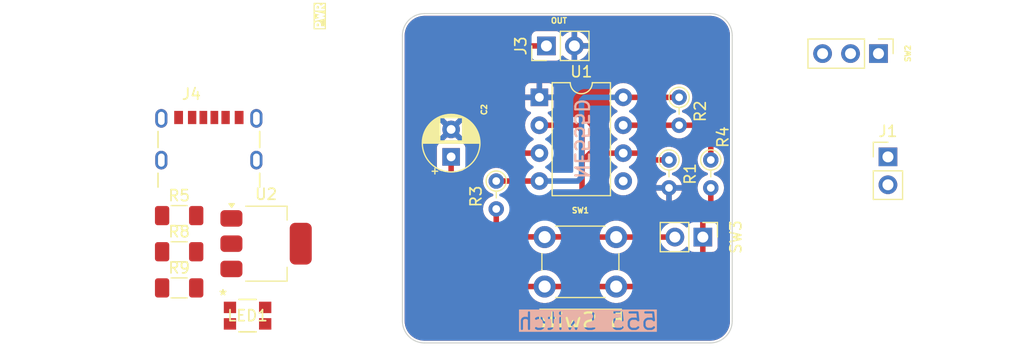
<source format=kicad_pcb>
(kicad_pcb (version 20240108) (generator "pcbnew") (generator_version "8.0")
  (layers (0 "F.Cu" signal) (31 "B.Cu" signal) (34 "B.Paste" user) (35 "F.Paste" user) (36 "B.SilkS" user "B.Silkscreen") (37 "F.SilkS" user "F.Silkscreen") (38 "B.Mask" user) (39 "F.Mask" user) (44 "Edge.Cuts" user))
  (net 0 "")
  (net 1 "Net-(C2-Pad1)")
  (net 2 "GND")
  (net 3 "Net-(U1-THR)")
  (net 4 "/VBAT")
  (net 5 "Net-(U1-DIS)")
  (net 7 "Net-(J4-CC1)")
  (net 8 "/VUSB")
  (net 9 "Net-(J3-Pin_1)")
  (net 10 "Net-(J4-CC2)")
  (net 12 "/3V3")
  (net 13 "Net-(LED1-GND-Pad1)")
  (net 14 "VCC")
  (footprint "Package_TO_SOT_SMD:SOT-223-3_TabPin2" (layer "F.Cu") (at 97.0816 107.299599)
    (property "Reference" "U2" (at 0 -4.5 0) (layer "F.SilkS"))
    (property "Value" "AMS1117-3V3")
    (fp_line (start -1.85 -3.41) (end 1.91 -3.41) (stroke (width 0.12)) (layer "F.SilkS"))
    (fp_line (start -1.85 3.41) (end 1.91 3.41) (stroke (width 0.12)) (layer "F.SilkS"))
    (fp_line (start 1.91 -3.41) (end 1.91 -2.15) (stroke (width 0.12)) (layer "F.SilkS"))
    (fp_line (start 1.91 3.41) (end 1.91 2.15) (stroke (width 0.12)) (layer "F.SilkS"))
    (fp_poly (pts (xy -3.13 -3.31) (xy -3.37 -3.64) (xy -2.89 -3.64) (xy -3.13 -3.31)) (stroke (width 0.12)) (fill solid) (layer "F.SilkS"))
    (pad "1" smd roundrect (at -3.15 -2.3) (size 2 1.5) (layers "F.Cu" "F.Paste" "F.Mask") (net 8 "/VUSB"))
    (pad "2" smd roundrect (at -3.15 0) (size 2 1.5) (layers "F.Cu" "F.Paste" "F.Mask") (net 2 "GND"))
    (pad "2" smd roundrect (at 3.15 0) (size 2 3.8) (layers "F.Cu" "F.Paste" "F.Mask") (net 2 "GND"))
    (pad "3" smd roundrect (at -3.15 2.3) (size 2 1.5) (layers "F.Cu" "F.Paste" "F.Mask") (net 12 "/3V3"))
  )
  (footprint "Capacitor_THT:CP_Radial_D5.0mm_P2.50mm" (layer "F.Cu") (at 113.9 99.4 90)
    (property "Reference" "C2" (at 4.3 3 -90) (layer "F.SilkS") (effects (font (size 0.5 0.5) (thickness 0.125))))
    (property "Value" "10uF")
    (fp_line (start 1.29 -2.58) (end 1.29 2.58) (stroke (width 0.12)) (layer "F.SilkS"))
    (fp_line (start 1.25 -2.58) (end 1.25 2.58) (stroke (width 0.12)) (layer "F.SilkS"))
    (fp_line (start 1.33 -2.579) (end 1.33 2.579) (stroke (width 0.12)) (layer "F.SilkS"))
    (fp_line (start 1.37 -2.578) (end 1.37 2.578) (stroke (width 0.12)) (layer "F.SilkS"))
    (fp_line (start 1.41 -2.576) (end 1.41 2.576) (stroke (width 0.12)) (layer "F.SilkS"))
    (fp_line (start 1.45 -2.573) (end 1.45 2.573) (stroke (width 0.12)) (layer "F.SilkS"))
    (fp_line (start 1.49 -2.569) (end 1.49 -1.04) (stroke (width 0.12)) (layer "F.SilkS"))
    (fp_line (start 1.53 -2.565) (end 1.53 -1.04) (stroke (width 0.12)) (layer "F.SilkS"))
    (fp_line (start 1.57 -2.561) (end 1.57 -1.04) (stroke (width 0.12)) (layer "F.SilkS"))
    (fp_line (start 1.61 -2.556) (end 1.61 -1.04) (stroke (width 0.12)) (layer "F.SilkS"))
    (fp_line (start 1.65 -2.55) (end 1.65 -1.04) (stroke (width 0.12)) (layer "F.SilkS"))
    (fp_line (start 1.69 -2.543) (end 1.69 -1.04) (stroke (width 0.12)) (layer "F.SilkS"))
    (fp_line (start 1.73 -2.536) (end 1.73 -1.04) (stroke (width 0.12)) (layer "F.SilkS"))
    (fp_line (start 1.77 -2.528) (end 1.77 -1.04) (stroke (width 0.12)) (layer "F.SilkS"))
    (fp_line (start 1.81 -2.52) (end 1.81 -1.04) (stroke (width 0.12)) (layer "F.SilkS"))
    (fp_line (start 1.85 -2.511) (end 1.85 -1.04) (stroke (width 0.12)) (layer "F.SilkS"))
    (fp_line (start 1.89 -2.501) (end 1.89 -1.04) (stroke (width 0.12)) (layer "F.SilkS"))
    (fp_line (start 1.93 -2.491) (end 1.93 -1.04) (stroke (width 0.12)) (layer "F.SilkS"))
    (fp_line (start 1.971 -2.48) (end 1.971 -1.04) (stroke (width 0.12)) (layer "F.SilkS"))
    (fp_line (start 2.011 -2.468) (end 2.011 -1.04) (stroke (width 0.12)) (layer "F.SilkS"))
    (fp_line (start 2.051 -2.455) (end 2.051 -1.04) (stroke (width 0.12)) (layer "F.SilkS"))
    (fp_line (start 2.091 -2.442) (end 2.091 -1.04) (stroke (width 0.12)) (layer "F.SilkS"))
    (fp_line (start 2.131 -2.428) (end 2.131 -1.04) (stroke (width 0.12)) (layer "F.SilkS"))
    (fp_line (start 2.171 -2.414) (end 2.171 -1.04) (stroke (width 0.12)) (layer "F.SilkS"))
    (fp_line (start 2.211 -2.398) (end 2.211 -1.04) (stroke (width 0.12)) (layer "F.SilkS"))
    (fp_line (start 2.251 -2.382) (end 2.251 -1.04) (stroke (width 0.12)) (layer "F.SilkS"))
    (fp_line (start 2.291 -2.365) (end 2.291 -1.04) (stroke (width 0.12)) (layer "F.SilkS"))
    (fp_line (start 2.331 -2.348) (end 2.331 -1.04) (stroke (width 0.12)) (layer "F.SilkS"))
    (fp_line (start 2.371 -2.329) (end 2.371 -1.04) (stroke (width 0.12)) (layer "F.SilkS"))
    (fp_line (start 2.411 -2.31) (end 2.411 -1.04) (stroke (width 0.12)) (layer "F.SilkS"))
    (fp_line (start 2.451 -2.29) (end 2.451 -1.04) (stroke (width 0.12)) (layer "F.SilkS"))
    (fp_line (start 2.491 -2.268) (end 2.491 -1.04) (stroke (width 0.12)) (layer "F.SilkS"))
    (fp_line (start 2.531 -2.247) (end 2.531 -1.04) (stroke (width 0.12)) (layer "F.SilkS"))
    (fp_line (start 2.571 -2.224) (end 2.571 -1.04) (stroke (width 0.12)) (layer "F.SilkS"))
    (fp_line (start 2.611 -2.2) (end 2.611 -1.04) (stroke (width 0.12)) (layer "F.SilkS"))
    (fp_line (start 2.651 -2.175) (end 2.651 -1.04) (stroke (width 0.12)) (layer "F.SilkS"))
    (fp_line (start 2.691 -2.149) (end 2.691 -1.04) (stroke (width 0.12)) (layer "F.SilkS"))
    (fp_line (start 2.731 -2.122) (end 2.731 -1.04) (stroke (width 0.12)) (layer "F.SilkS"))
    (fp_line (start 2.771 -2.095) (end 2.771 -1.04) (stroke (width 0.12)) (layer "F.SilkS"))
    (fp_line (start 2.811 -2.065) (end 2.811 -1.04) (stroke (width 0.12)) (layer "F.SilkS"))
    (fp_line (start 2.851 -2.035) (end 2.851 -1.04) (stroke (width 0.12)) (layer "F.SilkS"))
    (fp_line (start 2.891 -2.004) (end 2.891 -1.04) (stroke (width 0.12)) (layer "F.SilkS"))
    (fp_line (start 2.931 -1.971) (end 2.931 -1.04) (stroke (width 0.12)) (layer "F.SilkS"))
    (fp_line (start 2.971 -1.937) (end 2.971 -1.04) (stroke (width 0.12)) (layer "F.SilkS"))
    (fp_line (start 3.011 -1.901) (end 3.011 -1.04) (stroke (width 0.12)) (layer "F.SilkS"))
    (fp_line (start 3.051 -1.864) (end 3.051 -1.04) (stroke (width 0.12)) (layer "F.SilkS"))
    (fp_line (start 3.091 -1.826) (end 3.091 -1.04) (stroke (width 0.12)) (layer "F.SilkS"))
    (fp_line (start 3.131 -1.785) (end 3.131 -1.04) (stroke (width 0.12)) (layer "F.SilkS"))
    (fp_line (start 3.171 -1.743) (end 3.171 -1.04) (stroke (width 0.12)) (layer "F.SilkS"))
    (fp_line (start -1.304775 -1.725) (end -1.304775 -1.225) (stroke (width 0.12)) (layer "F.SilkS"))
    (fp_line (start 3.211 -1.699) (end 3.211 -1.04) (stroke (width 0.12)) (layer "F.SilkS"))
    (fp_line (start 3.251 -1.653) (end 3.251 -1.04) (stroke (width 0.12)) (layer "F.SilkS"))
    (fp_line (start 3.291 -1.605) (end 3.291 -1.04) (stroke (width 0.12)) (layer "F.SilkS"))
    (fp_line (start 3.331 -1.554) (end 3.331 -1.04) (stroke (width 0.12)) (layer "F.SilkS"))
    (fp_line (start 3.371 -1.5) (end 3.371 -1.04) (stroke (width 0.12)) (layer "F.SilkS"))
    (fp_line (start -1.554775 -1.475) (end -1.054775 -1.475) (stroke (width 0.12)) (layer "F.SilkS"))
    (fp_line (start 3.411 -1.443) (end 3.411 -1.04) (stroke (width 0.12)) (layer "F.SilkS"))
    (fp_line (start 3.451 -1.383) (end 3.451 -1.04) (stroke (width 0.12)) (layer "F.SilkS"))
    (fp_line (start 3.491 -1.319) (end 3.491 -1.04) (stroke (width 0.12)) (layer "F.SilkS"))
    (fp_line (start 3.531 -1.251) (end 3.531 -1.04) (stroke (width 0.12)) (layer "F.SilkS"))
    (fp_line (start 3.571 -1.178) (end 3.571 1.178) (stroke (width 0.12)) (layer "F.SilkS"))
    (fp_line (start 3.611 -1.098) (end 3.611 1.098) (stroke (width 0.12)) (layer "F.SilkS"))
    (fp_line (start 3.651 -1.011) (end 3.651 1.011) (stroke (width 0.12)) (layer "F.SilkS"))
    (fp_line (start 3.691 -0.915) (end 3.691 0.915) (stroke (width 0.12)) (layer "F.SilkS"))
    (fp_line (start 3.731 -0.805) (end 3.731 0.805) (stroke (width 0.12)) (layer "F.SilkS"))
    (fp_line (start 3.771 -0.677) (end 3.771 0.677) (stroke (width 0.12)) (layer "F.SilkS"))
    (fp_line (start 3.811 -0.518) (end 3.811 0.518) (stroke (width 0.12)) (layer "F.SilkS"))
    (fp_line (start 3.851 -0.284) (end 3.851 0.284) (stroke (width 0.12)) (layer "F.SilkS"))
    (fp_line (start 3.531 1.04) (end 3.531 1.251) (stroke (width 0.12)) (layer "F.SilkS"))
    (fp_line (start 3.491 1.04) (end 3.491 1.319) (stroke (width 0.12)) (layer "F.SilkS"))
    (fp_line (start 3.451 1.04) (end 3.451 1.383) (stroke (width 0.12)) (layer "F.SilkS"))
    (fp_line (start 3.411 1.04) (end 3.411 1.443) (stroke (width 0.12)) (layer "F.SilkS"))
    (fp_line (start 3.371 1.04) (end 3.371 1.5) (stroke (width 0.12)) (layer "F.SilkS"))
    (fp_line (start 3.331 1.04) (end 3.331 1.554) (stroke (width 0.12)) (layer "F.SilkS"))
    (fp_line (start 3.291 1.04) (end 3.291 1.605) (stroke (width 0.12)) (layer "F.SilkS"))
    (fp_line (start 3.251 1.04) (end 3.251 1.653) (stroke (width 0.12)) (layer "F.SilkS"))
    (fp_line (start 3.211 1.04) (end 3.211 1.699) (stroke (width 0.12)) (layer "F.SilkS"))
    (fp_line (start 3.171 1.04) (end 3.171 1.743) (stroke (width 0.12)) (layer "F.SilkS"))
    (fp_line (start 3.131 1.04) (end 3.131 1.785) (stroke (width 0.12)) (layer "F.SilkS"))
    (fp_line (start 3.091 1.04) (end 3.091 1.826) (stroke (width 0.12)) (layer "F.SilkS"))
    (fp_line (start 3.051 1.04) (end 3.051 1.864) (stroke (width 0.12)) (layer "F.SilkS"))
    (fp_line (start 3.011 1.04) (end 3.011 1.901) (stroke (width 0.12)) (layer "F.SilkS"))
    (fp_line (start 2.971 1.04) (end 2.971 1.937) (stroke (width 0.12)) (layer "F.SilkS"))
    (fp_line (start 2.931 1.04) (end 2.931 1.971) (stroke (width 0.12)) (layer "F.SilkS"))
    (fp_line (start 2.891 1.04) (end 2.891 2.004) (stroke (width 0.12)) (layer "F.SilkS"))
    (fp_line (start 2.851 1.04) (end 2.851 2.035) (stroke (width 0.12)) (layer "F.SilkS"))
    (fp_line (start 2.811 1.04) (end 2.811 2.065) (stroke (width 0.12)) (layer "F.SilkS"))
    (fp_line (start 2.771 1.04) (end 2.771 2.095) (stroke (width 0.12)) (layer "F.SilkS"))
    (fp_line (start 2.731 1.04) (end 2.731 2.122) (stroke (width 0.12)) (layer "F.SilkS"))
    (fp_line (start 2.691 1.04) (end 2.691 2.149) (stroke (width 0.12)) (layer "F.SilkS"))
    (fp_line (start 2.651 1.04) (end 2.651 2.175) (stroke (width 0.12)) (layer "F.SilkS"))
    (fp_line (start 2.611 1.04) (end 2.611 2.2) (stroke (width 0.12)) (layer "F.SilkS"))
    (fp_line (start 2.571 1.04) (end 2.571 2.224) (stroke (width 0.12)) (layer "F.SilkS"))
    (fp_line (start 2.531 1.04) (end 2.531 2.247) (stroke (width 0.12)) (layer "F.SilkS"))
    (fp_line (start 2.491 1.04) (end 2.491 2.268) (stroke (width 0.12)) (layer "F.SilkS"))
    (fp_line (start 2.451 1.04) (end 2.451 2.29) (stroke (width 0.12)) (layer "F.SilkS"))
    (fp_line (start 2.411 1.04) (end 2.411 2.31) (stroke (width 0.12)) (layer "F.SilkS"))
    (fp_line (start 2.371 1.04) (end 2.371 2.329) (stroke (width 0.12)) (layer "F.SilkS"))
    (fp_line (start 2.331 1.04) (end 2.331 2.348) (stroke (width 0.12)) (layer "F.SilkS"))
    (fp_line (start 2.291 1.04) (end 2.291 2.365) (stroke (width 0.12)) (layer "F.SilkS"))
    (fp_line (start 2.251 1.04) (end 2.251 2.382) (stroke (width 0.12)) (layer "F.SilkS"))
    (fp_line (start 2.211 1.04) (end 2.211 2.398) (stroke (width 0.12)) (layer "F.SilkS"))
    (fp_line (start 2.171 1.04) (end 2.171 2.414) (stroke (width 0.12)) (layer "F.SilkS"))
    (fp_line (start 2.131 1.04) (end 2.131 2.428) (stroke (width 0.12)) (layer "F.SilkS"))
    (fp_line (start 2.091 1.04) (end 2.091 2.442) (stroke (width 0.12)) (layer "F.SilkS"))
    (fp_line (start 2.051 1.04) (end 2.051 2.455) (stroke (width 0.12)) (layer "F.SilkS"))
    (fp_line (start 2.011 1.04) (end 2.011 2.468) (stroke (width 0.12)) (layer "F.SilkS"))
    (fp_line (start 1.971 1.04) (end 1.971 2.48) (stroke (width 0.12)) (layer "F.SilkS"))
    (fp_line (start 1.93 1.04) (end 1.93 2.491) (stroke (width 0.12)) (layer "F.SilkS"))
    (fp_line (start 1.89 1.04) (end 1.89 2.501) (stroke (width 0.12)) (layer "F.SilkS"))
    (fp_line (start 1.85 1.04) (end 1.85 2.511) (stroke (width 0.12)) (layer "F.SilkS"))
    (fp_line (start 1.81 1.04) (end 1.81 2.52) (stroke (width 0.12)) (layer "F.SilkS"))
    (fp_line (start 1.77 1.04) (end 1.77 2.528) (stroke (width 0.12)) (layer "F.SilkS"))
    (fp_line (start 1.73 1.04) (end 1.73 2.536) (stroke (width 0.12)) (layer "F.SilkS"))
    (fp_line (start 1.69 1.04) (end 1.69 2.543) (stroke (width 0.12)) (layer "F.SilkS"))
    (fp_line (start 1.65 1.04) (end 1.65 2.55) (stroke (width 0.12)) (layer "F.SilkS"))
    (fp_line (start 1.61 1.04) (end 1.61 2.556) (stroke (width 0.12)) (layer "F.SilkS"))
    (fp_line (start 1.57 1.04) (end 1.57 2.561) (stroke (width 0.12)) (layer "F.SilkS"))
    (fp_line (start 1.53 1.04) (end 1.53 2.565) (stroke (width 0.12)) (layer "F.SilkS"))
    (fp_line (start 1.49 1.04) (end 1.49 2.569) (stroke (width 0.12)) (layer "F.SilkS"))
    (fp_circle (center 1.25 0) (end 3.87 0) (stroke (width 0.12)) (fill none) (layer "F.SilkS"))
    (pad "1" thru_hole rect (at 0 0 90) (size 1.6 1.6) (drill 0.8) (layers "*.Cu" "*.Mask") (net 1 "Net-(C2-Pad1)"))
    (pad "2" thru_hole circle (at 2.5 0 90) (size 1.6 1.6) (drill 0.8) (layers "*.Cu" "*.Mask") (net 2 "GND"))
  )
  (footprint "Package_DIP:DIP-8_W7.62mm" (layer "F.Cu") (at 121.92 93.98)
    (property "Reference" "U1" (at 3.81 -2.33 0) (layer "F.SilkS"))
    (property "Value" "NE555D")
    (fp_line (start 1.16 -1.33) (end 1.16 8.95) (stroke (width 0.12)) (layer "F.SilkS"))
    (fp_line (start 1.16 8.95) (end 6.46 8.95) (stroke (width 0.12)) (layer "F.SilkS"))
    (fp_line (start 2.81 -1.33) (end 1.16 -1.33) (stroke (width 0.12)) (layer "F.SilkS"))
    (fp_line (start 6.46 -1.33) (end 4.81 -1.33) (stroke (width 0.12)) (layer "F.SilkS"))
    (fp_line (start 6.46 8.95) (end 6.46 -1.33) (stroke (width 0.12)) (layer "F.SilkS"))
    (fp_arc (start 4.81 -1.33) (mid 3.81 -0.33) (end 2.81 -1.33) (stroke (width 0.12)) (layer "F.SilkS"))
    (pad "1" thru_hole rect (at 0 0) (size 1.6 1.6) (drill 0.8) (layers "*.Cu" "*.Mask") (net 2 "GND"))
    (pad "2" thru_hole oval (at 0 2.54) (size 1.6 1.6) (drill 0.8) (layers "*.Cu" "*.Mask") (net 3 "Net-(U1-THR)"))
    (pad "3" thru_hole oval (at 0 5.08) (size 1.6 1.6) (drill 0.8) (layers "*.Cu" "*.Mask") (net 9 "Net-(J3-Pin_1)"))
    (pad "4" thru_hole oval (at 0 7.62) (size 1.6 1.6) (drill 0.8) (layers "*.Cu" "*.Mask") (net 14 "VCC"))
    (pad "5" thru_hole oval (at 7.62 7.62) (size 1.6 1.6) (drill 0.8) (layers "*.Cu" "*.Mask"))
    (pad "6" thru_hole oval (at 7.62 5.08) (size 1.6 1.6) (drill 0.8) (layers "*.Cu" "*.Mask") (net 3 "Net-(U1-THR)"))
    (pad "7" thru_hole oval (at 7.62 2.54) (size 1.6 1.6) (drill 0.8) (layers "*.Cu" "*.Mask") (net 5 "Net-(U1-DIS)"))
    (pad "8" thru_hole oval (at 7.62 0) (size 1.6 1.6) (drill 0.8) (layers "*.Cu" "*.Mask") (net 14 "VCC"))
  )
  (footprint "Resistor_THT:R_Axial_DIN0204_L3.6mm_D1.6mm_P2.54mm_Vertical" (layer "F.Cu") (at 137.5 99.68 -90)
    (property "Reference" "R4" (at -2.08 -1.1 90) (layer "F.SilkS"))
    (property "Value" "10k")
    (fp_line (start 0.92 0) (end 1.54 0) (stroke (width 0.12)) (layer "F.SilkS"))
    (fp_circle (center 0 0) (end 0.92 0) (stroke (width 0.12)) (fill none) (layer "F.SilkS"))
    (pad "1" thru_hole circle (at 0 0 270) (size 1.4 1.4) (drill 0.7) (layers "*.Cu" "*.Mask") (net 5 "Net-(U1-DIS)"))
    (pad "2" thru_hole oval (at 2.54 0 270) (size 1.4 1.4) (drill 0.7) (layers "*.Cu" "*.Mask") (net 1 "Net-(C2-Pad1)"))
  )
  (footprint "Resistor_SMD:R_1206_3216Metric_Pad1.30x1.75mm_HandSolder" (layer "F.Cu") (at 89.1816 104.744599)
    (property "Reference" "R5" (at 0 -1.82 0) (layer "F.SilkS"))
    (property "Value" "5k1")
    (fp_line (start -0.727064 -0.91) (end 0.727064 -0.91) (stroke (width 0.12)) (layer "F.SilkS"))
    (fp_line (start -0.727064 0.91) (end 0.727064 0.91) (stroke (width 0.12)) (layer "F.SilkS"))
    (pad "1" smd roundrect (at -1.55 0) (size 1.3 1.75) (layers "F.Cu" "F.Paste" "F.Mask") (roundrect_rratio 0.192308) (net 2 "GND"))
    (pad "2" smd roundrect (at 1.55 0) (size 1.3 1.75) (layers "F.Cu" "F.Paste" "F.Mask") (roundrect_rratio 0.192308) (net 13 "Net-(LED1-GND-Pad1)"))
  )
  (footprint "Connector_PinHeader_2.54mm:PinHeader_1x02_P2.54mm_Vertical" (layer "F.Cu") (at 153.6 99.4)
    (property "Reference" "J1" (at 0 -2.33 0) (layer "F.SilkS"))
    (property "Value" "3V3")
    (fp_line (start -1.33 -1.33) (end 0 -1.33) (stroke (width 0.12)) (layer "F.SilkS"))
    (fp_line (start -1.33 0) (end -1.33 -1.33) (stroke (width 0.12)) (layer "F.SilkS"))
    (fp_line (start -1.33 1.27) (end -1.33 3.87) (stroke (width 0.12)) (layer "F.SilkS"))
    (fp_line (start -1.33 1.27) (end 1.33 1.27) (stroke (width 0.12)) (layer "F.SilkS"))
    (fp_line (start -1.33 3.87) (end 1.33 3.87) (stroke (width 0.12)) (layer "F.SilkS"))
    (fp_line (start 1.33 1.27) (end 1.33 3.87) (stroke (width 0.12)) (layer "F.SilkS"))
    (pad "1" thru_hole rect (at 0 0) (size 1.7 1.7) (drill 1) (layers "*.Cu" "*.Mask") (net 4 "/VBAT"))
    (pad "2" thru_hole oval (at 0 2.54) (size 1.7 1.7) (drill 1) (layers "*.Cu" "*.Mask") (net 2 "GND"))
  )
  (footprint "Alexander Footprint Library:B1552_HVK-M" (layer "F.Cu") (at 95.3998 113.849999)
    (property "Reference" "LED1" (at 0 0 0) (layer "F.SilkS"))
    (property "Value" "LED-RED-GREEN-B1552USUG20D")
    (fp_line (start -0.777373 -1.4732) (end 0.777373 -1.4732) (stroke (width 0.1524)) (layer "F.SilkS"))
    (fp_line (start -0.777373 1.4732) (end 0.777373 1.4732) (stroke (width 0.1524)) (layer "F.SilkS"))
    (fp_text user "*" (at -2.2352 -1.8041 0) (layer "F.SilkS"))
    (fp_text user "*" (at -2.2352 -1.8041 0) (layer "F.SilkS"))
    (pad "1" smd rect (at -1.6002 -0.750001) (size 1.1176 1.0414) (layers "F.Cu" "F.Paste" "F.Mask") (net 13 "Net-(LED1-GND-Pad1)"))
    (pad "2" smd rect (at -1.6002 0.750001) (size 1.1176 1.0414) (layers "F.Cu" "F.Paste" "F.Mask") (net 12 "/3V3"))
    (pad "3" smd rect (at 1.6002 0.750001) (size 1.1176 1.0414) (layers "F.Cu" "F.Paste" "F.Mask"))
    (pad "4" smd rect (at 1.6002 -0.750001) (size 1.1176 1.0414) (layers "F.Cu" "F.Paste" "F.Mask") (net 13 "Net-(LED1-GND-Pad1)"))
  )
  (footprint "Resistor_SMD:R_1206_3216Metric_Pad1.30x1.75mm_HandSolder" (layer "F.Cu") (at 89.1816 108.034599)
    (property "Reference" "R8" (at 0 -1.82 0) (layer "F.SilkS"))
    (property "Value" "5K7")
    (fp_line (start -0.727064 -0.91) (end 0.727064 -0.91) (stroke (width 0.12)) (layer "F.SilkS"))
    (fp_line (start -0.727064 0.91) (end 0.727064 0.91) (stroke (width 0.12)) (layer "F.SilkS"))
    (pad "1" smd roundrect (at -1.55 0) (size 1.3 1.75) (layers "F.Cu" "F.Paste" "F.Mask") (roundrect_rratio 0.192308) (net 2 "GND"))
    (pad "2" smd roundrect (at 1.55 0) (size 1.3 1.75) (layers "F.Cu" "F.Paste" "F.Mask") (roundrect_rratio 0.192308) (net 7 "Net-(J4-CC1)"))
  )
  (footprint "Connector_PinHeader_2.54mm:PinHeader_1x03_P2.54mm_Vertical" (layer "F.Cu") (at 152.74 90 -90)
    (property "Reference" "SW2" (at -0.008 -2.672 90) (layer "F.SilkS") (effects (font (size 0.5 0.5) (thickness 0.125))))
    (property "Value" "SW_SPDT")
    (fp_line (start -1.33 6.41) (end 1.33 6.41) (stroke (width 0.12)) (layer "F.SilkS"))
    (fp_line (start -1.33 1.27) (end -1.33 6.41) (stroke (width 0.12)) (layer "F.SilkS"))
    (fp_line (start -1.33 1.27) (end 1.33 1.27) (stroke (width 0.12)) (layer "F.SilkS"))
    (fp_line (start 1.33 1.27) (end 1.33 6.41) (stroke (width 0.12)) (layer "F.SilkS"))
    (fp_line (start -1.33 0) (end -1.33 -1.33) (stroke (width 0.12)) (layer "F.SilkS"))
    (fp_line (start -1.33 -1.33) (end 0 -1.33) (stroke (width 0.12)) (layer "F.SilkS"))
    (pad "1" thru_hole rect (at 0 0 270) (size 1.7 1.7) (drill 1) (layers "*.Cu" "*.Mask") (net 4 "/VBAT"))
    (pad "2" thru_hole oval (at 0 2.54 270) (size 1.7 1.7) (drill 1) (layers "*.Cu" "*.Mask") (net 14 "VCC"))
    (pad "3" thru_hole oval (at 0 5.08 270) (size 1.7 1.7) (drill 1) (layers "*.Cu" "*.Mask") (net 12 "/3V3"))
  )
  (footprint "Resistor_SMD:R_1206_3216Metric_Pad1.30x1.75mm_HandSolder" (layer "F.Cu") (at 89.1816 111.324599)
    (property "Reference" "R9" (at 0 -1.82 0) (layer "F.SilkS"))
    (property "Value" "5K7")
    (fp_line (start -0.727064 -0.91) (end 0.727064 -0.91) (stroke (width 0.12)) (layer "F.SilkS"))
    (fp_line (start -0.727064 0.91) (end 0.727064 0.91) (stroke (width 0.12)) (layer "F.SilkS"))
    (pad "1" smd roundrect (at -1.55 0) (size 1.3 1.75) (layers "F.Cu" "F.Paste" "F.Mask") (roundrect_rratio 0.192308) (net 2 "GND"))
    (pad "2" smd roundrect (at 1.55 0) (size 1.3 1.75) (layers "F.Cu" "F.Paste" "F.Mask") (roundrect_rratio 0.192308) (net 10 "Net-(J4-CC2)"))
  )
  (footprint "Resistor_THT:R_Axial_DIN0204_L3.6mm_D1.6mm_P2.54mm_Vertical" (layer "F.Cu") (at 133.7 99.68 -90)
    (property "Reference" "R1" (at 1.27 -1.92 90) (layer "F.SilkS"))
    (property "Value" "10k")
    (fp_line (start 0.92 0) (end 1.54 0) (stroke (width 0.12)) (layer "F.SilkS"))
    (fp_circle (center 0 0) (end 0.92 0) (stroke (width 0.12)) (fill none) (layer "F.SilkS"))
    (pad "1" thru_hole circle (at 0 0 270) (size 1.4 1.4) (drill 0.7) (layers "*.Cu" "*.Mask") (net 3 "Net-(U1-THR)"))
    (pad "2" thru_hole oval (at 2.54 0 270) (size 1.4 1.4) (drill 0.7) (layers "*.Cu" "*.Mask") (net 2 "GND"))
  )
  (footprint "Resistor_THT:R_Axial_DIN0204_L3.6mm_D1.6mm_P2.54mm_Vertical" (layer "F.Cu") (at 134.62 93.98 -90)
    (property "Reference" "R2" (at 1.27 -1.92 90) (layer "F.SilkS"))
    (property "Value" "10k")
    (fp_line (start 0.92 0) (end 1.54 0) (stroke (width 0.12)) (layer "F.SilkS"))
    (fp_circle (center 0 0) (end 0.92 0) (stroke (width 0.12)) (fill none) (layer "F.SilkS"))
    (pad "1" thru_hole circle (at 0 0 270) (size 1.4 1.4) (drill 0.7) (layers "*.Cu" "*.Mask") (net 14 "VCC"))
    (pad "2" thru_hole oval (at 2.54 0 270) (size 1.4 1.4) (drill 0.7) (layers "*.Cu" "*.Mask") (net 5 "Net-(U1-DIS)"))
  )
  (footprint "Alexander Footprint Library:USB-C MOLEX 2171750001" (layer "F.Cu") (at 91.8816 102.294599)
    (property "Reference" "J4" (at -1.5875 -8.605 0) (layer "F.SilkS"))
    (property "Value" "USB-C_Receptacle_PowerOnly_6P_MOLEX-2171750001")
    (fp_line (start -4.62 -3.75) (end -4.62 -5.2) (stroke (width 0.15)) (layer "F.SilkS"))
    (fp_line (start -4.62 -0.15) (end -4.62 -1.4) (stroke (width 0.15)) (layer "F.SilkS"))
    (fp_line (start 4.62 -3.75) (end 4.62 -5.2) (stroke (width 0.15)) (layer "F.SilkS"))
    (fp_line (start 4.62 -0.15) (end 4.62 -1.4) (stroke (width 0.15)) (layer "F.SilkS"))
    (pad "A5" smd rect (at -0.5 -6.48) (size 0.7 1.2) (layers "F.Cu" "F.Paste") (net 7 "Net-(J4-CC1)"))
    (pad "A9" smd rect (at 1.52 -6.48) (size 0.76 1.2) (layers "F.Cu" "F.Paste") (net 8 "/VUSB"))
    (pad "A12" smd rect (at 2.75 -6.48) (size 0.8 1.2) (layers "F.Cu" "F.Paste") (net 2 "GND"))
    (pad "B5" smd rect (at 0.5 -6.48) (size 0.7 1.2) (layers "F.Cu" "F.Paste") (net 10 "Net-(J4-CC2)"))
    (pad "B9" smd rect (at -1.52 -6.48) (size 0.76 1.2) (layers "F.Cu" "F.Paste") (net 8 "/VUSB"))
    (pad "B12" smd rect (at -2.75 -6.48) (size 0.8 1.2) (layers "F.Cu" "F.Paste") (net 2 "GND"))
    (pad "S1" thru_hole oval (at -4.32 -2.6) (size 1.1 1.7) (drill oval 0.6 1.2) (layers "*.Cu" "*.Mask") (net 2 "GND"))
    (pad "S2" thru_hole oval (at 4.32 -2.6) (size 1.1 1.7) (drill oval 0.6 1.2) (layers "*.Cu" "*.Mask") (net 2 "GND"))
    (pad "S3" thru_hole oval (at -4.32 -6.4) (size 1.1 1.7) (drill oval 0.6 1.2) (layers "*.Cu" "*.Mask") (net 2 "GND"))
    (pad "S4" thru_hole oval (at 4.32 -6.4) (size 1.1 1.7) (drill oval 0.6 1.2) (layers "*.Cu" "*.Mask") (net 2 "GND"))
  )
  (footprint "Connector_PinHeader_2.54mm:PinHeader_1x02_P2.54mm_Vertical" (layer "F.Cu") (at 122.56 89.3 90)
    (property "Reference" "J3" (at 0 -2.33 -90) (layer "F.SilkS"))
    (property "Value" "OUT")
    (fp_line (start -1.33 -1.33) (end 0 -1.33) (stroke (width 0.12)) (layer "F.SilkS"))
    (fp_line (start -1.33 0) (end -1.33 -1.33) (stroke (width 0.12)) (layer "F.SilkS"))
    (fp_line (start 1.33 1.27) (end 1.33 3.87) (stroke (width 0.12)) (layer "F.SilkS"))
    (fp_line (start -1.33 1.27) (end 1.33 1.27) (stroke (width 0.12)) (layer "F.SilkS"))
    (fp_line (start -1.33 1.27) (end -1.33 3.87) (stroke (width 0.12)) (layer "F.SilkS"))
    (fp_line (start -1.33 3.87) (end 1.33 3.87) (stroke (width 0.12)) (layer "F.SilkS"))
    (pad "1" thru_hole rect (at 0 0 90) (size 1.7 1.7) (drill 1) (layers "*.Cu" "*.Mask") (net 9 "Net-(J3-Pin_1)"))
    (pad "2" thru_hole oval (at 0 2.54 90) (size 1.7 1.7) (drill 1) (layers "*.Cu" "*.Mask") (net 2 "GND"))
  )
  (footprint "Connector_PinHeader_2.54mm:PinHeader_1x02_P2.54mm_Vertical" (layer "F.Cu") (at 136.775 106.7 -90)
    (property "Reference" "SW3" (at 0 -3 90) (layer "F.SilkS"))
    (property "Value" "SW_Reed")
    (fp_line (start -1.33 3.87) (end 1.33 3.87) (stroke (width 0.12)) (layer "F.SilkS"))
    (fp_line (start -1.33 1.27) (end -1.33 3.87) (stroke (width 0.12)) (layer "F.SilkS"))
    (fp_line (start -1.33 1.27) (end 1.33 1.27) (stroke (width 0.12)) (layer "F.SilkS"))
    (fp_line (start 1.33 1.27) (end 1.33 3.87) (stroke (width 0.12)) (layer "F.SilkS"))
    (fp_line (start -1.33 0) (end -1.33 -1.33) (stroke (width 0.12)) (layer "F.SilkS"))
    (fp_line (start -1.33 -1.33) (end 0 -1.33) (stroke (width 0.12)) (layer "F.SilkS"))
    (pad "1" thru_hole rect (at 0 0 270) (size 1.7 1.7) (drill 1) (layers "*.Cu" "*.Mask") (net 1 "Net-(C2-Pad1)"))
    (pad "2" thru_hole oval (at 0 2.54 270) (size 1.7 1.7) (drill 1) (layers "*.Cu" "*.Mask") (net 3 "Net-(U1-THR)"))
  )
  (footprint "Resistor_THT:R_Axial_DIN0204_L3.6mm_D1.6mm_P2.54mm_Vertical" (layer "F.Cu") (at 118 101.6 -90)
    (property "Reference" "R3" (at 1.4 1.84 90) (layer "F.SilkS"))
    (property "Value" "10k")
    (fp_line (start 0.92 0) (end 1.54 0) (stroke (width 0.12)) (layer "F.SilkS"))
    (fp_circle (center 0 0) (end 0.92 0) (stroke (width 0.12)) (fill none) (layer "F.SilkS"))
    (pad "1" thru_hole circle (at 0 0 270) (size 1.4 1.4) (drill 0.7) (layers "*.Cu" "*.Mask") (net 14 "VCC"))
    (pad "2" thru_hole oval (at 2.54 0 270) (size 1.4 1.4) (drill 0.7) (layers "*.Cu" "*.Mask") (net 3 "Net-(U1-THR)"))
  )
  (footprint "Button_Switch_THT:SW_PUSH_6mm" (layer "F.Cu") (at 122.4 106.7)
    (property "Reference" "SW1" (at 3.25 -2.43 0) (layer "F.SilkS") (effects (font (size 0.5 0.5) (thickness 0.125))))
    (property "Value" "SW_Push")
    (fp_line (start -0.25 1.5) (end -0.25 3) (stroke (width 0.12)) (layer "F.SilkS"))
    (fp_line (start 1 5.5) (end 5.5 5.5) (stroke (width 0.12)) (layer "F.SilkS"))
    (fp_line (start 5.5 -1) (end 1 -1) (stroke (width 0.12)) (layer "F.SilkS"))
    (fp_line (start 6.75 3) (end 6.75 1.5) (stroke (width 0.12)) (layer "F.SilkS"))
    (pad "1" thru_hole circle (at 0 0 90) (size 2 2) (drill 1.1) (layers "*.Cu" "*.Mask") (net 3 "Net-(U1-THR)"))
    (pad "1" thru_hole circle (at 6.5 0 90) (size 2 2) (drill 1.1) (layers "*.Cu" "*.Mask") (net 3 "Net-(U1-THR)"))
    (pad "2" thru_hole circle (at 0 4.5 90) (size 2 2) (drill 1.1) (layers "*.Cu" "*.Mask") (net 1 "Net-(C2-Pad1)"))
    (pad "2" thru_hole circle (at 6.5 4.5 90) (size 2 2) (drill 1.1) (layers "*.Cu" "*.Mask") (net 1 "Net-(C2-Pad1)"))
  )
  (gr_line (start 139.446 88.36) (end 139.446 114.332) (stroke (width 0.1)) (layer "Edge.Cuts"))
  (gr_line (start 109.474 114.332) (end 109.474 88.36) (stroke (width 0.1)) (layer "Edge.Cuts"))
  (gr_arc (start 139.446 114.332) (mid 138.860214 115.746214) (end 137.446 116.332) (stroke (width 0.1)) (layer "Edge.Cuts"))
  (gr_arc (start 109.474 88.36) (mid 110.059786 86.945786) (end 111.474 86.36) (stroke (width 0.1)) (layer "Edge.Cuts"))
  (gr_line (start 111.474 86.36) (end 137.446 86.36) (stroke (width 0.1)) (layer "Edge.Cuts"))
  (gr_arc (start 111.474 116.332) (mid 110.059786 115.746214) (end 109.474 114.332) (stroke (width 0.1)) (layer "Edge.Cuts"))
  (gr_line (start 137.446 116.332) (end 111.474 116.332) (stroke (width 0.1)) (layer "Edge.Cuts"))
  (gr_arc (start 137.446 86.36) (mid 138.860214 86.945786) (end 139.446 88.36) (stroke (width 0.1)) (layer "Edge.Cuts"))
  (gr_text "NE555D" (at 125.75 97.75 270) (layer "B.SilkS") (effects (font (size 1.25 1.25) (thickness 0.2) (bold yes)) (justify mirror)))
  (gr_text "555 Switch" (at 132.75 115.25 0) (layer "B.SilkS" knockout) (effects (font (size 1.5 1.5) (thickness 0.2) (bold yes)) (justify left bottom mirror)))
  (gr_text "PWR" (at 102 86.6 90) (layer "F.SilkS" knockout) (effects (font (size 0.75 0.75) (thickness 0.1875) (bold yes))))
  (gr_text "ON / OFF" (at 121.8 114.6 0) (layer "F.SilkS" knockout) (effects (font (size 1 1) (thickness 0.2) (bold yes)) (justify left bottom)))
  (gr_text "OUT" (at 123.7 87 0) (layer "F.SilkS") (effects (font (size 0.5 0.5) (thickness 0.125) (bold yes))))
  (segment (start 137.5 103.9) (end 137.5 102.22) (width 0.5) (layer "F.Cu") (net 1))
  (segment (start 136.775 110.525) (end 136.775 106.7) (width 0.5) (layer "F.Cu") (net 1))
  (segment (start 136.775 106.7) (end 136.775 104.625) (width 0.5) (layer "F.Cu") (net 1))
  (segment (start 114.8 111.2) (end 122.4 111.2) (width 0.5) (layer "F.Cu") (net 1))
  (segment (start 136.775 104.625) (end 137.5 103.9) (width 0.5) (layer "F.Cu") (net 1))
  (segment (start 113.9 99.4) (end 113.9 110.3) (width 0.5) (layer "F.Cu") (net 1))
  (segment (start 113.9 110.3) (end 114.8 111.2) (width 0.5) (layer "F.Cu") (net 1))
  (segment (start 128.9 111.2) (end 136.1 111.2) (width 0.5) (layer "F.Cu") (net 1))
  (segment (start 136.1 111.2) (end 136.775 110.525) (width 0.5) (layer "F.Cu") (net 1))
  (segment (start 122.4 111.2) (end 128.9 111.2) (width 0.5) (layer "F.Cu") (net 1))
  (segment (start 118 105.9) (end 118 104.14) (width 0.5) (layer "F.Cu") (net 3))
  (segment (start 128.9 106.7) (end 134.235 106.7) (width 0.5) (layer "F.Cu") (net 3))
  (segment (start 125.8 99.8) (end 125.8 106.08) (width 0.5) (layer "F.Cu") (net 3))
  (segment (start 125.8 97) (end 125.8 99.8) (width 0.5) (layer "F.Cu") (net 3))
  (segment (start 129.54 99.06) (end 126.54 99.06) (width 0.5) (layer "F.Cu") (net 3))
  (segment (start 125.8 106.08) (end 125.2 106.68) (width 0.5) (layer "F.Cu") (net 3))
  (segment (start 118.78 106.68) (end 118 105.9) (width 0.5) (layer "F.Cu") (net 3))
  (segment (start 131.88 99.68) (end 133.7 99.68) (width 0.5) (layer "F.Cu") (net 3))
  (segment (start 129.54 99.06) (end 131.26 99.06) (width 0.5) (layer "F.Cu") (net 3))
  (segment (start 127.29 106.68) (end 127.31 106.7) (width 0.5) (layer "F.Cu") (net 3))
  (segment (start 127.31 106.7) (end 128.9 106.7) (width 0.5) (layer "F.Cu") (net 3))
  (segment (start 125.32 96.52) (end 125.8 97) (width 0.5) (layer "F.Cu") (net 3))
  (segment (start 125.2 106.68) (end 118.78 106.68) (width 0.5) (layer "F.Cu") (net 3))
  (segment (start 121.92 96.52) (end 125.32 96.52) (width 0.5) (layer "F.Cu") (net 3))
  (segment (start 125.2 106.68) (end 127.29 106.68) (width 0.5) (layer "F.Cu") (net 3))
  (segment (start 131.26 99.06) (end 131.88 99.68) (width 0.5) (layer "F.Cu") (net 3))
  (segment (start 126.54 99.06) (end 125.8 99.8) (width 0.5) (layer "F.Cu") (net 3))
  (segment (start 129.54 96.52) (end 134.62 96.52) (width 0.5) (layer "F.Cu") (net 5))
  (segment (start 137.5 97.4) (end 137.5 99.68) (width 0.5) (layer "F.Cu") (net 5))
  (segment (start 136.62 96.52) (end 137.5 97.4) (width 0.5) (layer "F.Cu") (net 5))
  (segment (start 134.62 96.52) (end 136.62 96.52) (width 0.5) (layer "F.Cu") (net 5))
  (segment (start 121.92 99.06) (end 120.56 99.06) (width 0.5) (layer "F.Cu") (net 9))
  (segment (start 120.4 89.3) (end 122.56 89.3) (width 0.5) (layer "F.Cu") (net 9))
  (segment (start 120.56 99.06) (end 119.6 98.1) (width 0.5) (layer "F.Cu") (net 9))
  (segment (start 119.6 90.1) (end 120.4 89.3) (width 0.5) (layer "F.Cu") (net 9))
  (segment (start 119.6 98.1) (end 119.6 90.1) (width 0.5) (layer "F.Cu") (net 9))
  (segment (start 129.54 93.98) (end 134.62 93.98) (width 0.5) (layer "F.Cu") (net 14))
  (segment (start 118 101.6) (end 121.92 101.6) (width 0.5) (layer "F.Cu") (net 14))
  (segment (start 125.75 94.25) (end 126.02 93.98) (width 0.5) (layer "B.Cu") (net 14))
  (segment (start 125.4 101.6) (end 125.75 101.25) (width 0.5) (layer "B.Cu") (net 14))
  (segment (start 125.75 101.25) (end 125.75 94.25) (width 0.5) (layer "B.Cu") (net 14))
  (segment (start 121.92 101.6) (end 125.4 101.6) (width 0.5) (layer "B.Cu") (net 14))
  (segment (start 126.02 93.98) (end 129.54 93.98) (width 0.5) (layer "B.Cu") (net 14))
  (zone (net 2) (net_name "GND") (layer "F.Cu") (priority 1) (connect_pads (clearance 0.5)) (min_thickness 0.25) (fill yes (thermal_gap 0.5) (thermal_bridge_width 0.5))
    (polygon (pts (xy 109 85.6) (xy 139.8 85.6) (xy 139.8 116.9) (xy 108.8 117)))
  )
  (zone (net 2) (net_name "GND") (layer "B.Cu") (connect_pads (clearance 0.5)) (min_thickness 0.25) (fill yes (thermal_gap 0.5) (thermal_bridge_width 0.5))
    (polygon (pts (xy 109 85.7) (xy 139.8 85.7) (xy 139.8 116.9) (xy 108.9 116.9)))
  )
)
</source>
